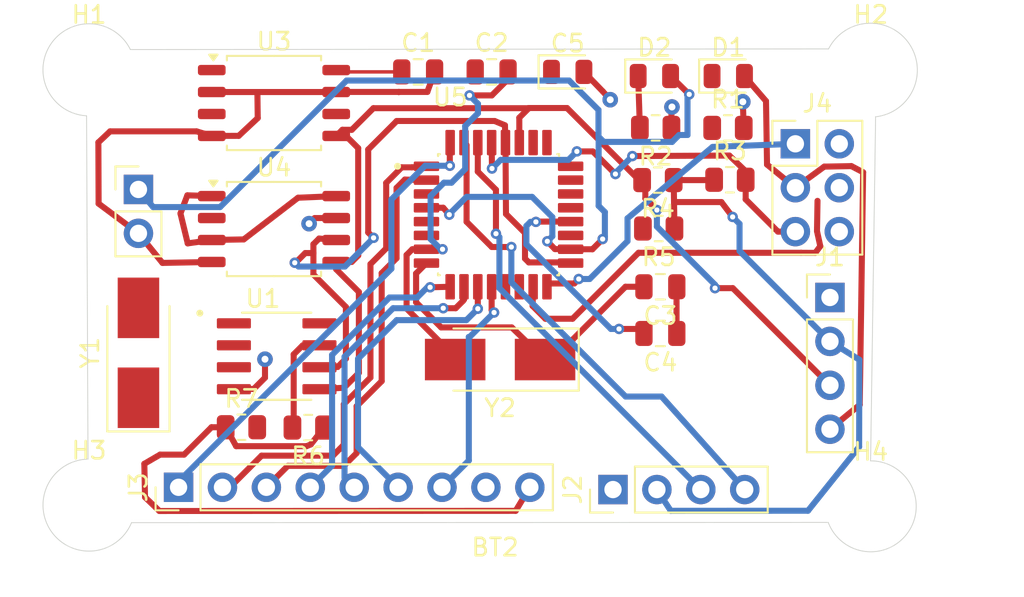
<source format=kicad_pcb>
(kicad_pcb (version 20240108) (generator "pcbnew") (generator_version "8.0")
  (title_block (title "${project_name}") (date "2025-04-07") (rev "1") (comment 1 "2-Layer PCB Version"))
  (layers (0 "F.Cu" mixed) (31 "B.Cu" mixed) (34 "B.Paste" user) (35 "F.Paste" user) (36 "B.SilkS" user "B.Silkscreen") (37 "F.SilkS" user "F.Silkscreen") (38 "B.Mask" user) (39 "F.Mask" user) (44 "Edge.Cuts" user))
  (property "project_name" "MCU Datalogger with memory and clock")
  (net 0 "")
  (net 1 "GND")
  (net 2 "Net-(U5-PB6)")
  (net 3 "Net-(U5-PB7)")
  (net 4 "Net-(U5-AREF)")
  (net 5 "Net-(D1-K)")
  (net 6 "/SCK")
  (net 7 "Net-(D2-K)")
  (net 8 "/SDA")
  (net 9 "/Vcc")
  (net 10 "/TX")
  (net 11 "/RX")
  (net 12 "/D6")
  (net 13 "/D4")
  (net 14 "/D7")
  (net 15 "/D3")
  (net 16 "/D2")
  (net 17 "/D8")
  (net 18 "/D5")
  (net 19 "/RESET")
  (net 20 "/MISO")
  (net 21 "/MOSI")
  (net 22 "Net-(U1-SQW{slash}~INT)")
  (net 23 "Net-(U1-~{INTA})")
  (net 24 "Net-(U1-X1)")
  (net 25 "Net-(U1-X2)")
  (net 35 "Net-(U1-VCC)")
  (net 36 "Net-(BT2-+)")
  (footprint "Connector_PinHeader_2.54mm:PinHeader_1x04_P2.54mm_Vertical" (layer "F.Cu") (at 212.45 91 90)
    (property "Reference" "J2")
    (property "Value" "Conn_01x04_Pin")
  )
  (footprint "Capacitor_SMD:C_0805_2012Metric" (layer "F.Cu") (at 201.18 66.84)
    (property "Reference" "C1")
    (property "Value" "0.1uF")
  )
  (footprint "LED_SMD:LED_0805_2012Metric" (layer "F.Cu") (at 219.1175 67.08)
    (property "Reference" "D1")
    (property "Value" "LED")
  )
  (footprint "MountingHole:MountingHole_2.1mm" (layer "F.Cu") (at 227.36 66.73)
    (property "Reference" "H2")
    (property "Value" "MountingHole")
  )
  (footprint "Capacitor_SMD:C_0805_2012Metric" (layer "F.Cu") (at 205.43 66.84)
    (property "Reference" "C2")
    (property "Value" "22pF")
  )
  (footprint "MountingHole:MountingHole_2.1mm" (layer "F.Cu") (at 182.14 66.73)
    (property "Reference" "H1")
    (property "Value" "MountingHole")
  )
  (footprint "Resistor_SMD:R_0805_2012Metric" (layer "F.Cu") (at 219.2125 73.08)
    (property "Reference" "R3")
    (property "Value" "10K")
  )
  (footprint "Crystal:Crystal_SMD_5032-2Pin_5.0x3.2mm_HandSoldering" (layer "F.Cu") (at 185 83.09 90)
    (property "Reference" "Y1")
    (property "Value" "32.768 KHz")
  )
  (footprint "Connector_PinHeader_2.54mm:PinHeader_1x04_P2.54mm_Vertical" (layer "F.Cu") (at 225 79.89)
    (property "Reference" "J1")
    (property "Value" "Conn_01x04_Pin")
  )
  (footprint "Atmega_328P:QFP80P900X900X120-32N" (layer "F.Cu") (at 205.83 75.1)
    (property "Reference" "U5")
    (property "Value" "ATMEGA328P-AU")
  )
  (footprint "530002B02500G:DS1337" (layer "F.Cu") (at 192.995 83.29)
    (property "Reference" "U1")
    (property "Value" "DS1337S_")
  )
  (footprint "Package_SO:SOIC-8_5.23x5.23mm_P1.27mm" (layer "F.Cu") (at 192.84 68.64)
    (property "Reference" "U3")
    (property "Value" "24LC1025")
  )
  (footprint "Capacitor_SMD:C_0805_2012Metric" (layer "F.Cu") (at 215.19 79.27 180)
    (property "Reference" "C3")
    (property "Value" "22pF")
  )
  (footprint "Package_SO:SOIC-8_5.23x5.23mm_P1.27mm" (layer "F.Cu") (at 192.84 75.93)
    (property "Reference" "U4")
    (property "Value" "24LC1025")
  )
  (footprint "Connector_PinHeader_2.54mm:PinHeader_1x09_P2.54mm_Vertical" (layer "F.Cu") (at 187.32 90.87 90)
    (property "Reference" "J3")
    (property "Value" "Conn_01x09")
  )
  (footprint "Resistor_SMD:R_0805_2012Metric" (layer "F.Cu") (at 215.0475 73.1 180)
    (property "Reference" "R4")
    (property "Value" "4.7K")
  )
  (footprint "Resistor_SMD:R_0805_2012Metric" (layer "F.Cu") (at 214.9175 70.08 180)
    (property "Reference" "R2")
    (property "Value" "330")
  )
  (footprint "Crystal:Crystal_SMD_5032-2Pin_5.0x3.2mm_HandSoldering" (layer "F.Cu") (at 205.92 83.48 180)
    (property "Reference" "Y2")
    (property "Value" "16MHz")
  )
  (footprint "Resistor_SMD:R_0805_2012Metric" (layer "F.Cu") (at 194.82 87.415 180)
    (property "Reference" "R6")
    (property "Value" "10K")
  )
  (footprint "Connector_PinHeader_2.54mm:PinHeader_2x03_P2.54mm_Vertical" (layer "F.Cu") (at 223 71)
    (property "Reference" "J4")
    (property "Value" "Conn_02x03_Counter_Clockwise")
  )
  (footprint "MountingHole:MountingHole_2.1mm" (layer "F.Cu") (at 182.14 91.94)
    (property "Reference" "H3")
    (property "Value" "MountingHole")
  )
  (footprint "Resistor_SMD:R_0805_2012Metric" (layer "F.Cu") (at 215.0925 75.9 180)
    (property "Reference" "R5")
    (property "Value" "4.7K")
  )
  (footprint "Resistor_SMD:R_0805_2012Metric" (layer "F.Cu") (at 219.1 70.08)
    (property "Reference" "R1")
    (property "Value" "330")
  )
  (footprint "LED_SMD:LED_0805_2012Metric" (layer "F.Cu") (at 209.83 66.84)
    (property "Reference" "C5")
    (property "Value" "100nF")
  )
  (footprint "Capacitor_SMD:C_0805_2012Metric" (layer "F.Cu") (at 215.19 81.97 180)
    (property "Reference" "C4")
    (property "Value" "0.1uF")
  )
  (footprint "Resistor_SMD:R_0805_2012Metric" (layer "F.Cu") (at 190.9575 87.395)
    (property "Reference" "R7")
    (property "Value" "10K")
  )
  (footprint "Connector_PinHeader_2.54mm:PinHeader_1x02_P2.54mm_Vertical" (layer "F.Cu") (at 185 73.64)
    (property "Reference" "BT2")
    (property "Value" "Battery")
  )
  (footprint "MountingHole:MountingHole_2.1mm" (layer "F.Cu") (at 227.36 92.01)
    (property "Reference" "H4")
    (property "Value" "MountingHole")
  )
  (footprint "LED_SMD:LED_0805_2012Metric" (layer "F.Cu") (at 214.8425 67.08)
    (property "Reference" "D2")
    (property "Value" "LED")
  )
  (gr_line (start 184.599237 92.915555) (end 224.900001 92.9) (stroke (width 0.05)) (layer "Edge.Cuts"))
  (gr_arc (start 224.92 65.51) (mid 229.57123 65.193742) (end 227.641991 69.437795) (stroke (width 0.05)) (layer "Edge.Cuts"))
  (gr_line (start 184.53 65.55) (end 224.92 65.51) (stroke (width 0.05)) (layer "Edge.Cuts"))
  (gr_arc (start 227.350001 89.340096) (mid 229.526438 93.460987) (end 224.900001 92.9) (stroke (width 0.05)) (layer "Edge.Cuts"))
  (gr_arc (start 182 69.379999) (mid 179.917886 65.251187) (end 184.532396 65.548827) (stroke (width 0.05)) (layer "Edge.Cuts"))
  (gr_arc (start 184.599237 92.915555) (mid 179.945345 93.404224) (end 182.08 89.240001) (stroke (width 0.05)) (layer "Edge.Cuts"))
  (gr_line (start 227.64099 69.428848) (end 227.35 89.34) (stroke (width 0.05)) (layer "Edge.Cuts"))
  (gr_line (start 182 69.38) (end 182.08 89.24) (stroke (width 0.05)) (layer "Edge.Cuts"))
  (segment (start 201.71 68) (end 202.13 66.84) (width 0.35) (layer "F.Cu") (net 1))
  (segment (start 195.195 75.295) (end 194.87 75.62) (width 0.35) (layer "F.Cu") (net 1))
  (segment (start 211.86 67.97) (end 212.29 68.45) (width 0.35) (layer "F.Cu") (net 1))
  (segment (start 191.67 85.18) (end 190.535 85.18) (width 0.35) (layer "F.Cu") (net 1))
  (segment (start 215.860633 68.87) (end 215.83 68.900633) (width 0.35) (layer "F.Cu") (net 1))
  (segment (start 189.24 77.835) (end 186.39 77.89) (width 0.35) (layer "F.Cu") (net 1))
  (segment (start 192.32 83.46) (end 192.32 84.53) (width 0.35) (layer "F.Cu") (net 1))
  (segment (start 182.695469 74.459817) (end 182.681207 70.91931) (width 0.35) (layer "F.Cu") (net 1))
  (segment (start 210.7675 66.84) (end 211.86 67.97) (width 0.35) (layer "F.Cu") (net 1))
  (segment (start 182.681207 70.91931) (end 183.36 70.28) (width 0.35) (layer "F.Cu") (net 1))
  (segment (start 192.32 84.53) (end 191.67 85.18) (width 0.35) (layer "F.Cu") (net 1))
  (segment (start 215.83 68.900633) (end 215.83 70.08) (width 0.35) (layer "F.Cu") (net 1))
  (segment (start 191.9 69.51) (end 191.88 68.005) (width 0.35) (layer "F.Cu") (net 1))
  (segment (start 220.0125 70.08) (end 219.96 68.57) (width 0.35) (layer "F.Cu") (net 1))
  (segment (start 196.44 75.295) (end 195.195 75.295) (width 0.35) (layer "F.Cu") (net 1))
  (segment (start 185 76.18) (end 182.695469 74.459817) (width 0.35) (layer "F.Cu") (net 1))
  (segment (start 188.36 70.28) (end 189.24 70.545) (width 0.35) (layer "F.Cu") (net 1))
  (segment (start 190.535 85.18) (end 190.52 85.195) (width 0.35) (layer "F.Cu") (net 1))
  (segment (start 215.98 68.87) (end 215.860633 68.87) (width 0.35) (layer "F.Cu") (net 1))
  (segment (start 200.07 68) (end 201.71 68) (width 0.35) (layer "F.Cu") (net 1))
  (segment (start 200.06 68.01) (end 200.07 68) (width 0.35) (layer "F.Cu") (net 1))
  (segment (start 186.39 77.89) (end 185 76.18) (width 0.35) (layer "F.Cu") (net 1))
  (segment (start 189.24 68.005) (end 191.88 68.005) (width 0.35) (layer "F.Cu") (net 1))
  (segment (start 191.88 68.005) (end 196.44 68.005) (width 0.35) (layer "F.Cu") (net 1))
  (segment (start 196.445 68) (end 200.05 68) (width 0.35) (layer "F.Cu") (net 1))
  (segment (start 216.125 81.955) (end 216.125 79.285) (width 0.35) (layer "F.Cu") (net 1))
  (segment (start 216.14 81.97) (end 216.125 81.955) (width 0.35) (layer "F.Cu") (net 1))
  (segment (start 183.36 70.28) (end 188.36 70.28) (width 0.35) (layer "F.Cu") (net 1))
  (segment (start 216.125 79.285) (end 216.14 79.27) (width 0.35) (layer "F.Cu") (net 1))
  (segment (start 190.8 70.54) (end 191.9 69.51) (width 0.35) (layer "F.Cu") (net 1))
  (segment (start 189.24 70.545) (end 190.8 70.54) (width 0.35) (layer "F.Cu") (net 1))
  (segment (start 196.44 68.005) (end 196.445 68) (width 0.35) (layer "F.Cu") (net 1))
  (segment (start 200.05 68) (end 200.06 68.01) (width 0.35) (layer "F.Cu") (net 1))
  (via (at 219.96 68.57) (size 0.9) (drill 0.4) (layers "F.Cu" "B.Cu") (net 1))
  (via (at 194.87 75.62) (size 0.9) (drill 0.4) (layers "F.Cu" "B.Cu") (net 1))
  (via (at 192.32 83.46) (size 0.9) (drill 0.4) (layers "F.Cu" "B.Cu") (net 1))
  (via (at 215.860633 68.87) (size 0.9) (drill 0.4) (layers "F.Cu" "B.Cu") (net 1))
  (via (at 212.29 68.45) (size 0.9) (drill 0.4) (layers "F.Cu" "B.Cu") (net 1))
  (segment (start 200.84 77.1) (end 201.66 77.1) (width 0.35) (layer "F.Cu") (net 2))
  (segment (start 200.51 77.43) (end 200.84 77.1) (width 0.35) (layer "F.Cu") (net 2))
  (segment (start 203.32 83.48) (end 203.32 83.34) (width 0.35) (layer "F.Cu") (net 2))
  (segment (start 205.44 68.2) (end 206.38 67.26) (width 0.35) (layer "F.Cu") (net 2))
  (segment (start 203.32 83.34) (end 200.51 80.53) (width 0.35) (layer "F.Cu") (net 2))
  (segment (start 204.15 68.2) (end 205.44 68.2) (width 0.35) (layer "F.Cu") (net 2))
  (segment (start 206.38 67.26) (end 206.38 66.84) (width 0.35) (layer "F.Cu") (net 2))
  (segment (start 200.51 80.53) (end 200.51 77.43) (width 0.35) (layer "F.Cu") (net 2))
  (segment (start 202.59 77.1) (end 201.66 77.1) (width 0.35) (layer "F.Cu") (net 2))
  (via (at 202.59 77.1) (size 0.6) (drill 0.3) (layers "F.Cu" "B.Cu") (net 2))
  (via (at 204.15 68.2) (size 0.6) (drill 0.3) (layers "F.Cu" "B.Cu") (net 2))
  (segment (start 202.67 73.25) (end 203.11 73.25) (width 0.35) (layer "B.Cu") (net 2))
  (segment (start 203.11 73.25) (end 203.9 72.46) (width 0.35) (layer "B.Cu") (net 2))
  (segment (start 203.9 72.46) (end 203.9 69.97) (width 0.35) (layer "B.Cu") (net 2))
  (segment (start 202.59 77.1) (end 202.49 77.1) (width 0.35) (layer "B.Cu") (net 2))
  (segment (start 203.9 69.97) (end 204.64 69.23) (width 0.35) (layer "B.Cu") (net 2))
  (segment (start 201.9 76.51) (end 201.9 74.02) (width 0.35) (layer "B.Cu") (net 2))
  (segment (start 204.64 69.23) (end 204.64 68.69) (width 0.35) (layer "B.Cu") (net 2))
  (segment (start 204.64 68.69) (end 204.15 68.2) (width 0.35) (layer "B.Cu") (net 2))
  (segment (start 201.9 74.02) (end 202.67 73.25) (width 0.35) (layer "B.Cu") (net 2))
  (segment (start 202.49 77.1) (end 201.9 76.51) (width 0.35) (layer "B.Cu") (net 2))
  (segment (start 202.51 81.62) (end 206.59 81.62) (width 0.35) (layer "F.Cu") (net 3))
  (segment (start 201.06 80.17) (end 202.51 81.62) (width 0.35) (layer "F.Cu") (net 3))
  (segment (start 201.66 77.9) (end 201.06 78.5) (width 0.35) (layer "F.Cu") (net 3))
  (segment (start 208.96 83.48) (end 213.17 79.27) (width 0.35) (layer "F.Cu") (net 3))
  (segment (start 213.17 79.27) (end 214.24 79.27) (width 0.35) (layer "F.Cu") (net 3))
  (segment (start 201.06 78.5) (end 201.06 80.17) (width 0.35) (layer "F.Cu") (net 3))
  (segment (start 206.59 81.62) (end 208.52 83.48) (width 0.35) (layer "F.Cu") (net 3))
  (segment (start 208.52 83.48) (end 208.96 83.48) (width 0.35) (layer "F.Cu") (net 3))
  (segment (start 208.006859 75.5) (end 210 75.5) (width 0.35) (layer "F.Cu") (net 4))
  (segment (start 207.99 75.516859) (end 208.006859 75.5) (width 0.35) (layer "F.Cu") (net 4))
  (segment (start 213.98 81.71) (end 212.8 81.71) (width 0.35) (layer "F.Cu") (net 4))
  (segment (start 214.24 81.97) (end 213.98 81.71) (width 0.35) (layer "F.Cu") (net 4))
  (via (at 207.99 75.516859) (size 0.6) (drill 0.3) (layers "F.Cu" "B.Cu") (net 4))
  (via (at 212.8 81.71) (size 0.6) (drill 0.3) (layers "F.Cu" "B.Cu") (net 4))
  (segment (start 212.33 81.71) (end 212.8 81.71) (width 0.35) (layer "B.Cu") (net 4))
  (segment (start 207.673141 75.516859) (end 207.44 75.75) (width 0.35) (layer "B.Cu") (net 4))
  (segment (start 207.44 75.75) (end 207.44 76.82) (width 0.35) (layer "B.Cu") (net 4))
  (segment (start 207.99 75.516859) (end 207.673141 75.516859) (width 0.35) (layer "B.Cu") (net 4))
  (segment (start 207.44 76.82) (end 212.33 81.71) (width 0.35) (layer "B.Cu") (net 4))
  (segment (start 205.6 69.68) (end 206.2 69.93) (width 0.35) (layer "F.Cu") (net 6))
  (segment (start 209.96 77.86) (end 210 77.9) (width 0.35) (layer "F.Cu") (net 6))
  (segment (start 197 83.43) (end 197 80.44) (width 0.35) (layer "F.Cu") (net 6))
  (segment (start 195.47 83.925) (end 196.52 83.91) (width 0.35) (layer "F.Cu") (net 6))
  (segment (start 195.45 76.48) (end 196.44 76.565) (width 0.35) (layer "F.Cu") (net 6))
  (segment (start 195.12 76.81) (end 195.45 76.48) (width 0.35) (layer "F.Cu") (net 6))
  (segment (start 194.09 77.88) (end 194.65 77.32) (width 0.35) (layer "F.Cu") (net 6))
  (segment (start 199.94 69.68) (end 205.6 69.68) (width 0.35) (layer "F.Cu") (net 6))
  (segment (start 220.055 67.08) (end 221.3 68.53) (width 0.35) (layer "F.Cu") (net 6))
  (segment (start 207.36 76.16) (end 207.36 77.64) (width 0.35) (layer "F.Cu") (net 6))
  (segment (start 196.52 83.91) (end 197 83.43) (width 0.35) (layer "F.Cu") (net 6))
  (segment (start 226.918864 72.648522) (end 226.24 72.29) (width 0.35) (layer "F.Cu") (net 6))
  (segment (start 226.24 72.29) (end 224.67 72.32) (width 0.35) (layer "F.Cu") (net 6))
  (segment (start 206.23 70.93) (end 206.26 75.06) (width 0.35) (layer "F.Cu") (net 6))
  (segment (start 226.722312 86.097695) (end 226.918864 72.648522) (width 0.35) (layer "F.Cu") (net 6))
  (segment (start 221.36 72.2) (end 223 73.54) (width 0.35) (layer "F.Cu") (net 6))
  (segment (start 206.26 75.06) (end 207.36 76.16) (width 0.35) (layer "F.Cu") (net 6))
  (segment (start 198.29 71.33) (end 199.94 69.68) (width 0.35) (layer "F.Cu") (net 6))
  (segment (start 206.2 69.93) (end 206.23 70.93) (width 0.35) (layer "F.Cu") (net 6))
  (segment (start 195.12 78.56) (end 195.12 77.32) (width 0.35) (layer "F.Cu") (net 6))
  (segment (start 194.04 77.88) (end 194.09 77.88) (width 0.35) (layer "F.Cu") (net 6))
  (segment (start 195.12 77.32) (end 195.12 76.81) (width 0.35) (layer "F.Cu") (net 6))
  (segment (start 194.65 77.32) (end 195.12 77.32) (width 0.35) (layer "F.Cu") (net 6))
  (segment (start 225 87.51) (end 226.722312 86.097695) (width 0.35) (layer "F.Cu") (net 6))
  (segment (start 198.29 76.13) (end 198.29 71.33) (width 0.35) (layer "F.Cu") (net 6))
  (segment (start 207.36 77.64) (end 207.58 77.86) (width 0.35) (layer "F.Cu") (net 6))
  (segment (start 224.67 72.32) (end 223 73.54) (width 0.35) (layer "F.Cu") (net 6))
  (segment (start 207.58 77.86) (end 209.96 77.86) (width 0.35) (layer "F.Cu") (net 6))
  (segment (start 196.44 76.565) (end 195.83 76.58) (width 0.35) (layer "F.Cu") (net 6))
  (segment (start 198.6 76.44) (end 198.29 76.13) (width 0.35) (layer "F.Cu") (net 6))
  (segment (start 221.3 68.53) (end 221.36 72.2) (width 0.35) (layer "F.Cu") (net 6))
  (segment (start 197 80.44) (end 195.12 78.56) (width 0.35) (layer "F.Cu") (net 6))
  (via (at 198.6 76.44) (size 0.6) (drill 0.3) (layers "F.Cu" "B.Cu") (net 6))
  (via (at 194.04 77.88) (size 0.6) (drill 0.3) (layers "F.Cu" "B.Cu") (net 6))
  (segment (start 196.94 78.1) (end 194.26 78.1) (width 0.35) (layer "B.Cu") (net 6))
  (segment (start 194.26 78.1) (end 194.04 77.88) (width 0.35) (layer "B.Cu") (net 6))
  (segment (start 198.6 76.44) (end 196.94 78.1) (width 0.35) (layer "B.Cu") (net 6))
  (segment (start 214.005 70.08) (end 213.905 67.08) (width 0.35) (layer "F.Cu") (net 7))
  (segment (start 213.96 73.1) (end 214.135 73.1) (width 0.35) (layer "F.Cu") (net 8))
  (segment (start 196.44 70.545) (end 196.795 70.19) (width 0.35) (layer "F.Cu") (net 8))
  (segment (start 214.99 74.83) (end 214.32 74.16) (width 0.35) (layer "F.Cu") (net 8))
  (segment (start 196.44 77.835) (end 197.34 77.83) (width 0.35) (layer "F.Cu") (net 8))
  (segment (start 197.75 79.57) (end 197.75 84.25) (width 0.35) (layer "F.Cu") (net 8))
  (segment (start 196.44 78.26) (end 197.75 79.57) (width 0.35) (layer "F.Cu") (net 8))
  (segment (start 219.38 79.35) (end 218.35 79.35) (width 0.35) (layer "F.Cu") (net 8))
  (segment (start 207.58 68.94) (end 207.59 68.93) (width 0.35) (layer "F.Cu") (net 8))
  (segment (start 209.79 68.93) (end 213.96 73.1) (width 0.35) (layer "F.Cu") (net 8))
  (segment (start 197.005 70.545) (end 196.44 70.545) (width 0.35) (layer "F.Cu") (net 8))
  (segment (start 207.59 68.93) (end 209.79 68.93) (width 0.35) (layer "F.Cu") (net 8))
  (segment (start 196.44 77.835) (end 196.44 78.26) (width 0.35) (layer "F.Cu") (net 8))
  (segment (start 198.59 68.94) (end 207.58 68.94) (width 0.35) (layer "F.Cu") (net 8))
  (segment (start 196.795 70.19) (end 197.34 70.19) (width 0.35) (layer "F.Cu") (net 8))
  (segment (start 197.71 77.46) (end 197.71 71.25) (width 0.35) (layer "F.Cu") (net 8))
  (segment (start 225 84.97) (end 219.38 79.35) (width 0.35) (layer "F.Cu") (net 8))
  (segment (start 197.34 77.83) (end 197.71 77.46) (width 0.35) (layer "F.Cu") (net 8))
  (segment (start 214.32 73.285) (end 214.135 73.1) (width 0.35) (layer "F.Cu") (net 8))
  (segment (start 207.59 68.93) (end 207.03 69.49) (width 0.35) (layer "F.Cu") (net 8))
  (segment (start 197.34 70.19) (end 198.59 68.94) (width 0.35) (layer "F.Cu") (net 8))
  (segment (start 197.71 71.25) (end 197.005 70.545) (width 0.35) (layer "F.Cu") (net 8))
  (segment (start 214.32 74.16) (end 214.32 73.285) (width 0.35) (layer "F.Cu") (net 8))
  (segment (start 207.03 69.49) (end 207.03 70.93) (width 0.35) (layer "F.Cu") (net 8))
  (segment (start 196.89 85.11) (end 195.47 85.195) (width 0.35) (layer "F.Cu") (net 8))
  (segment (start 197.75 84.25) (end 196.89 85.11) (width 0.35) (layer "F.Cu") (net 8))
  (via (at 218.35 79.35) (size 0.6) (drill 0.3) (layers "F.Cu" "B.Cu") (net 8))
  (via (at 214.99 74.83) (size 0.6) (drill 0.3) (layers "F.Cu" "B.Cu") (net 8))
  (segment (start 214.99 75.79) (end 214.99 74.83) (width 0.35) (layer "B.Cu") (net 8))
  (segment (start 218.35 79.15) (end 214.99 75.79) (width 0.35) (layer "B.Cu") (net 8))
  (segment (start 218.35 79.35) (end 218.35 79.15) (width 0.35) (layer "B.Cu") (net 8))
  (segment (start 218.72 74.37) (end 219.37 75.23) (width 0.35) (layer "F.Cu") (net 9))
  (segment (start 186.209988 92.239933) (end 185.38 91.44) (width 0.35) (layer "F.Cu") (net 9))
  (segment (start 190.65 88.49) (end 190.045 87.395) (width 0.35) (layer "F.Cu") (net 9))
  (segment (start 196.545 66.84) (end 200.24 66.84) (width 0.2) (layer "F.Cu") (net 9))
  (segment (start 194.23 74.12) (end 196.44 74.025) (width 0.35) (layer "F.Cu") (net 9))
  (segment (start 187.83 73.98) (end 187.43 75.03) (width 0.35) (layer "F.Cu") (net 9))
  (segment (start 216.005 75.9) (end 215.980411 74.37) (width 0.35) (layer "F.Cu") (net 9))
  (segment (start 191.09 76.53) (end 194.23 74.12) (width 0.35) (layer "F.Cu") (net 9))
  (segment (start 189.24 76.565) (end 191.09 76.53) (width 0.35) (layer "F.Cu") (net 9))
  (segment (start 187.64 88.98) (end 189.225 87.395) (width 0.35) (layer "F.Cu") (net 9))
  (segment (start 189.24 74.025) (end 187.83 73.98) (width 0.35) (layer "F.Cu") (net 9))
  (segment (start 215.980411 74.37) (end 218.72 74.37) (width 0.35) (layer "F.Cu") (net 9))
  (segment (start 215.980411 74.37) (end 215.96 73.1) (width 0.35) (layer "F.Cu") (net 9))
  (segment (start 207.64 90.87) (end 206.819939 92.231978) (width 0.35) (layer "F.Cu") (net 9))
  (segment (start 189.225 87.395) (end 190.045 87.395) (width 0.35) (layer "F.Cu") (net 9))
  (segment (start 218.28 73.1) (end 218.3 73.08) (width 0.35) (layer "F.Cu") (net 9))
  (segment (start 215.8575 73.1) (end 218.28 73.1) (width 0.35) (layer "F.Cu") (net 9))
  (segment (start 215.8375 73.08) (end 215.8575 73.1) (width 0.35) (layer "F.Cu") (net 9))
  (segment (start 185.34 89.51) (end 186.25 88.98) (width 0.35) (layer "F.Cu") (net 9))
  (segment (start 194.97 88.39) (end 194.72 88.49) (width 0.35) (layer "F.Cu") (net 9))
  (segment (start 195.7325 87.415) (end 194.97 88.39) (width 0.35) (layer "F.Cu") (net 9))
  (segment (start 187.85 76.76) (end 189.24 76.565) (width 0.35) (layer "F.Cu") (net 9))
  (segment (start 187.43 75.03) (end 187.85 76.76) (width 0.35) (layer "F.Cu") (net 9))
  (segment (start 206.819939 92.231978) (end 186.209988 92.239933) (width 0.35) (layer "F.Cu") (net 9))
  (segment (start 194.72 88.49) (end 190.65 88.49) (width 0.35) (layer "F.Cu") (net 9))
  (segment (start 196.44 66.735) (end 196.545 66.84) (width 0.2) (layer "F.Cu") (net 9))
  (segment (start 185.38 91.44) (end 185.34 89.51) (width 0.35) (layer "F.Cu") (net 9))
  (segment (start 186.25 88.98) (end 187.64 88.98) (width 0.35) (layer "F.Cu") (net 9))
  (via (at 219.37 75.23) (size 0.6) (drill 0.3) (layers "F.Cu" "B.Cu") (net 9))
  (segment (start 214.99 91) (end 215.789949 92.228516) (width 0.35) (layer "B.Cu") (net 9))
  (segment (start 215.789949 92.228516) (end 223.729994 92.225451) (width 0.35) (layer "B.Cu") (net 9))
  (segment (start 223.729994 92.225451) (end 226.686796 88.527907) (width 0.35) (layer "B.Cu") (net 9))
  (segment (start 225 82.43) (end 219.77 77.2) (width 0.35) (layer "B.Cu") (net 9))
  (segment (start 226.7 83.49) (end 225 82.43) (width 0.35) (layer "B.Cu") (net 9))
  (segment (start 219.77 77.2) (end 219.77 75.63) (width 0.35) (layer "B.Cu") (net 9))
  (segment (start 226.686796 88.527907) (end 226.7 83.49) (width 0.35) (layer "B.Cu") (net 9))
  (segment (start 219.77 75.63) (end 219.37 75.23) (width 0.35) (layer "B.Cu") (net 9))
  (segment (start 203.98 75.51) (end 203.98 71.08) (width 0.35) (layer "F.Cu") (net 10))
  (segment (start 206.57 76.97) (end 205.44 76.97) (width 0.35) (layer "F.Cu") (net 10))
  (segment (start 203.98 71.08) (end 203.83 70.93) (width 0.35) (layer "F.Cu") (net 10))
  (segment (start 205.44 76.97) (end 203.98 75.51) (width 0.35) (layer "F.Cu") (net 10))
  (via (at 206.57 76.97) (size 0.6) (drill 0.3) (layers "F.Cu" "B.Cu") (net 10))
  (segment (start 206.57 79.01) (end 213.18 85.62) (width 0.35) (layer "B.Cu") (net 10))
  (segment (start 206.57 76.97) (end 206.57 79.01) (width 0.35) (layer "B.Cu") (net 10))
  (segment (start 215.26 85.62) (end 220.07 91) (width 0.35) (layer "B.Cu") (net 10))
  (segment (start 213.18 85.62) (end 215.26 85.62) (width 0.35) (layer "B.Cu") (net 10))
  (segment (start 205.68 73.66) (end 204.63 72.61) (width 0.35) (layer "F.Cu") (net 11))
  (segment (start 205.68 76.2) (end 205.68 73.66) (width 0.35) (layer "F.Cu") (net 11))
  (segment (start 204.63 72.61) (end 204.63 70.93) (width 0.35) (layer "F.Cu") (net 11))
  (via (at 205.68 76.2) (size 0.6) (drill 0.3) (layers "F.Cu" "B.Cu") (net 11))
  (segment (start 205.88 79.35) (end 217.53 91) (width 0.35) (layer "B.Cu") (net 11))
  (segment (start 205.68 76.2) (end 205.88 76.4) (width 0.35) (layer "B.Cu") (net 11))
  (segment (start 205.88 76.4) (end 205.88 79.35) (width 0.35) (layer "B.Cu") (net 11))
  (segment (start 203.83 80.01) (end 203.83 79.27) (width 0.35) (layer "F.Cu") (net 12))
  (segment (start 202.63 80.51) (end 203.35 80.51) (width 0.35) (layer "F.Cu") (net 12))
  (segment (start 203.77 80.09) (end 203.77 80.07) (width 0.35) (layer "F.Cu") (net 12))
  (segment (start 203.77 80.07) (end 203.83 80.01) (width 0.35) (layer "F.Cu") (net 12))
  (segment (start 203.35 80.51) (end 203.77 80.09) (width 0.35) (layer "F.Cu") (net 12))
  (via (at 202.63 80.51) (size 0.6) (drill 0.3) (layers "F.Cu" "B.Cu") (net 12))
  (segment (start 202.63 80.51) (end 199.73 80.51) (width 0.35) (layer "B.Cu") (net 12))
  (segment (start 196.92 90.31) (end 197.48 90.87) (width 0.35) (layer "B.Cu") (net 12))
  (segment (start 196.92 83.32) (end 196.92 90.31) (width 0.35) (layer "B.Cu") (net 12))
  (segment (start 199.73 80.51) (end 196.92 83.32) (width 0.35) (layer "B.Cu") (net 12))
  (segment (start 200.41 73.07) (end 199.93 73.55) (width 0.35) (layer "F.Cu") (net 13))
  (segment (start 193.64 89.63) (end 192.4 90.87) (width 0.35) (layer "F.Cu") (net 13))
  (segment (start 197.62 86.18) (end 197.62 88.89) (width 0.35) (layer "F.Cu") (net 13))
  (segment (start 199.07 78.48) (end 199.07 84.73) (width 0.35) (layer "F.Cu") (net 13))
  (segment (start 196.88 89.63) (end 193.64 89.63) (width 0.35) (layer "F.Cu") (net 13))
  (segment (start 199.93 77.62) (end 199.07 78.48) (width 0.35) (layer "F.Cu") (net 13))
  (segment (start 197.62 88.89) (end 196.88 89.63) (width 0.35) (layer "F.Cu") (net 13))
  (segment (start 199.93 73.55) (end 199.93 77.62) (width 0.35) (layer "F.Cu") (net 13))
  (segment (start 201.66 73.1) (end 200.41 73.07) (width 0.35) (layer "F.Cu") (net 13))
  (segment (start 199.07 84.73) (end 197.62 86.18) (width 0.35) (layer "F.Cu") (net 13))
  (segment (start 204.63 80.54) (end 204.63 79.27) (width 0.35) (layer "F.Cu") (net 14))
  (via (at 204.63 80.54) (size 0.6) (drill 0.3) (layers "F.Cu" "B.Cu") (net 14))
  (segment (start 203.97 81.2) (end 199.94 81.2) (width 0.35) (layer "B.Cu") (net 14))
  (segment (start 197.7 83.44) (end 197.7 88.55) (width 0.35) (layer "B.Cu") (net 14))
  (segment (start 197.7 88.55) (end 200.02 90.87) (width 0.35) (layer "B.Cu") (net 14))
  (segment (start 199.94 81.2) (end 197.7 83.44) (width 0.35) (layer "B.Cu") (net 14))
  (segment (start 204.63 80.54) (end 203.97 81.2) (width 0.35) (layer "B.Cu") (net 14))
  (segment (start 198.42 84.52) (end 196.88 86.06) (width 0.35) (layer "F.Cu") (net 15))
  (segment (start 196.88 86.06) (end 196.88 88.41) (width 0.35) (layer "F.Cu") (net 15))
  (segment (start 198.42 77.96) (end 198.42 84.52) (width 0.35) (layer "F.Cu") (net 15))
  (segment (start 200.23 72.36) (end 199.33 73.26) (width 0.35) (layer "F.Cu") (net 15))
  (segment (start 196.25 89.04) (end 192.12 89.04) (width 0.35) (layer "F.Cu") (net 15))
  (segment (start 200.81 72.36) (end 200.23 72.36) (width 0.35) (layer "F.Cu") (net 15))
  (segment (start 201.66 72.3) (end 200.81 72.36) (width 0.35) (layer "F.Cu") (net 15))
  (segment (start 199.33 73.26) (end 199.33 77.05) (width 0.35) (layer "F.Cu") (net 15))
  (segment (start 196.88 88.41) (end 196.25 89.04) (width 0.35) (layer "F.Cu") (net 15))
  (segment (start 199.33 77.05) (end 198.42 77.96) (width 0.35) (layer "F.Cu") (net 15))
  (segment (start 192.12 89.04) (end 190.29 90.87) (width 0.35) (layer "F.Cu") (net 15))
  (segment (start 190.29 90.87) (end 189.86 90.87) (width 0.35) (layer "F.Cu") (net 15))
  (segment (start 203.01 70.95) (end 203.03 70.93) (width 0.35) (layer "F.Cu") (net 16))
  (segment (start 203.01 72.27) (end 203.01 70.95) (width 0.35) (layer "F.Cu") (net 16))
  (via (at 203.01 72.27) (size 0.6) (drill 0.3) (layers "F.Cu" "B.Cu") (net 16))
  (segment (start 201.58 72.27) (end 199.63 74.22) (width 0.35) (layer "B.Cu") (net 16))
  (segment (start 203.01 72.27) (end 201.58 72.27) (width 0.35) (layer "B.Cu") (net 16))
  (segment (start 199.63 78.23) (end 187.32 90.54) (width 0.35) (layer "B.Cu") (net 16))
  (segment (start 199.63 74.22) (end 199.63 78.23) (width 0.35) (layer "B.Cu") (net 16))
  (segment (start 187.32 90.54) (end 187.32 90.87) (width 0.35) (layer "B.Cu") (net 16))
  (segment (start 205.43 80.618544) (end 205.571456 80.76) (width 0.35) (layer "F.Cu") (net 17))
  (segment (start 205.43 79.27) (end 205.43 80.618544) (width 0.35) (layer "F.Cu") (net 17))
  (via (at 205.571456 80.76) (size 0.6) (drill 0.3) (layers "F.Cu" "B.Cu") (net 17))
  (segment (start 205.571456 80.76) (end 205.57 80.76) (width 0.35) (layer "B.Cu") (net 17))
  (segment (start 204.11 89.32) (end 202.56 90.87) (width 0.35) (layer "B.Cu") (net 17))
  (segment (start 204.11 82.17) (end 204.11 89.32) (width 0.35) (layer "B.Cu") (net 17))
  (segment (start 205.57 80.76) (end 204.16 82.17) (width 0.35) (layer "B.Cu") (net 17))
  (segment (start 204.16 82.17) (end 204.11 82.17) (width 0.35) (layer "B.Cu") (net 17))
  (segment (start 201.87 79.3) (end 203.03 79.27) (width 0.35) (layer "F.Cu") (net 18))
  (via (at 201.87 79.3) (size 0.6) (drill 0.3) (layers "F.Cu" "B.Cu") (net 18))
  (segment (start 196.2 83.21) (end 196.2 89.61) (width 0.35) (layer "B.Cu") (net 18))
  (segment (start 199.52 79.89) (end 196.2 83.21) (width 0.35) (layer "B.Cu") (net 18))
  (segment (start 201.87 79.3) (end 201.71 79.3) (width 0.35) (layer "B.Cu") (net 18))
  (segment (start 201.71 79.3) (end 201.12 79.89) (width 0.35) (layer "B.Cu") (net 18))
  (segment (start 196.2 89.61) (end 194.94 90.87) (width 0.35) (layer "B.Cu") (net 18))
  (segment (start 201.12 79.89) (end 199.52 79.89) (width 0.35) (layer "B.Cu") (net 18))
  (segment (start 220.125 74.215) (end 221.99 76.08) (width 0.35) (layer "F.Cu") (net 19))
  (segment (start 211.28 71.44) (end 210.36 71.44) (width 0.35) (layer "F.Cu") (net 19))
  (segment (start 221.99 76.08) (end 223 76.08) (width 0.35) (layer "F.Cu") (net 19))
  (segment (start 212.59 72.75) (end 211.28 71.44) (width 0.35) (layer "F.Cu") (net 19))
  (segment (start 220.125 73.08) (end 220.125 74.215) (width 0.35) (layer "F.Cu") (net 19))
  (segment (start 205.45 72.43) (end 205.43 70.93) (width 0.35) (layer "F.Cu") (net 19))
  (segment (start 219.18 71.68) (end 213.57 71.71) (width 0.35) (layer "F.Cu") (net 19))
  (segment (start 220.14 72.6) (end 219.18 71.68) (width 0.35) (layer "F.Cu") (net 19))
  (segment (start 220.125 73.08) (end 220.14 72.6) (width 0.35) (layer "F.Cu") (net 19))
  (via (at 210.36 71.44) (size 0.6) (drill 0.3) (layers "F.Cu" "B.Cu") (net 19))
  (via (at 213.57 71.71) (size 0.6) (drill 0.3) (layers "F.Cu" "B.Cu") (net 19))
  (via (at 205.45 72.43) (size 0.6) (drill 0.3) (layers "F.Cu" "B.Cu") (net 19))
  (via (at 212.59 72.75) (size 0.6) (drill 0.3) (layers "F.Cu" "B.Cu") (net 19))
  (segment (start 209.87 71.93) (end 205.95 71.93) (width 0.35) (layer "B.Cu") (net 19))
  (segment (start 212.59 72.75) (end 212.59 72.69) (width 0.35) (layer "B.Cu") (net 19))
  (segment (start 212.59 72.69) (end 213.57 71.71) (width 0.35) (layer "B.Cu") (net 19))
  (segment (start 210.36 71.44) (end 209.87 71.93) (width 0.35) (layer "B.Cu") (net 19))
  (segment (start 205.95 71.93) (end 205.45 72.43) (width 0.35) (layer "B.Cu") (net 19))
  (segment (start 210.21 79.08) (end 208.82 79.08) (width 0.35) (layer "F.Cu") (net 20))
  (segment (start 208.82 79.08) (end 208.63 79.27) (width 0.35) (layer "F.Cu") (net 20))
  (segment (start 210.47 78.82) (end 210.21 79.08) (width 0.35) (layer "F.Cu") (net 20))
  (via (at 210.47 78.82) (size 0.6) (drill 0.3) (layers "F.Cu" "B.Cu") (net 20))
  (segment (start 223 71) (end 218.21 71.18) (width 0.35) (layer "B.Cu") (net 20))
  (segment (start 213.29 75.31) (end 213.29 76.63) (width 0.35) (layer "B.Cu") (net 20))
  (segment (start 218.21 71.18) (end 213.29 75.31) (width 0.35) (layer "B.Cu") (net 20))
  (segment (start 213.29 76.63) (end 211.1 78.82) (width 0.35) (layer "B.Cu") (net 20))
  (segment (start 211.1 78.82) (end 210.47 78.82) (width 0.35) (layer "B.Cu") (net 20))
  (segment (start 224.15 77.31) (end 224.44 76.92) (width 0.35) (layer "F.Cu") (net 21))
  (segment (start 224.25 76.05) (end 224.28 74.3) (width 0.35) (layer "F.Cu") (net 21))
  (segment (start 210.11 81.12) (end 208.54 81.12) (width 0.35) (layer "F.Cu") (net 21))
  (segment (start 224.44 76.92) (end 224.25 76.05) (width 0.35) (layer "F.Cu") (net 21))
  (segment (start 223.33 77.305) (end 224.15 77.31) (width 0.35) (layer "F.Cu") (net 21))
  (segment (start 207.8 80.38) (end 207.83 79.27) (width 0.35) (layer "F.Cu") (net 21))
  (segment (start 213.925 77.305) (end 210.11 81.12) (width 0.35) (layer "F.Cu") (net 21))
  (segment (start 223.33 77.305) (end 213.925 77.305) (width 0.35) (layer "F.Cu") (net 21))
  (segment (start 208.54 81.12) (end 207.8 80.38) (width 0.35) (layer "F.Cu") (net 21))
  (segment (start 193.98 87.3425) (end 193.9075 87.415) (width 0.35) (layer "F.Cu") (net 22))
  (segment (start 194.5 82.66) (end 193.98 83.18) (width 0.35) (layer "F.Cu") (net 22))
  (segment (start 193.98 83.18) (end 193.98 87.3425) (width 0.35) (layer "F.Cu") (net 22))
  (segment (start 195.47 82.655) (end 194.5 82.66) (width 0.35) (layer "F.Cu") (net 22))
  (segment (start 201.66 74.7) (end 202.63 74.7) (width 0.35) (layer "F.Cu") (net 36))
  (segment (start 211.85 76.51) (end 211.26 77.1) (width 0.35) (layer "F.Cu") (net 36))
  (segment (start 215.78 67.08) (end 216.86 68.14) (width 0.35) (layer "F.Cu") (net 36))
  (segment (start 211.26 77.1) (end 210 77.1) (width 0.35) (layer "F.Cu") (net 36))
  (segment (start 209.09 77.09) (end 208.65 76.64) (width 0.35) (layer "F.Cu") (net 36))
  (segment (start 202.63 74.7) (end 202.98 75.1) (width 0.35) (layer "F.Cu") (net 36))
  (segment (start 215.78 67.08) (end 215.76 66.72) (width 0.35) (layer "F.Cu") (net 36))
  (segment (start 210 77.1) (end 209.09 77.09) (width 0.35) (layer "F.Cu") (net 36))
  (via (at 202.98 75.1) (size 0.6) (drill 0.3) (layers "F.Cu" "B.Cu") (net 36))
  (via (at 211.85 76.51) (size 0.6) (drill 0.3) (layers "F.Cu" "B.Cu") (net 36))
  (via (at 208.65 76.64) (size 0.6) (drill 0.3) (layers "F.Cu" "B.Cu") (net 36))
  (via (at 216.86 68.14) (size 0.6) (drill 0.3) (layers "F.Cu" "B.Cu") (net 36))
  (segment (start 202.98 75.1) (end 202.98 75.07) (width 0.35) (layer "B.Cu") (net 36))
  (segment (start 216.76 70.49) (end 216.76 68.24) (width 0.35) (layer "B.Cu") (net 36))
  (segment (start 202.98 75.07) (end 203.98 74.07) (width 0.35) (layer "B.Cu") (net 36))
  (segment (start 216.270898 70.49) (end 216.76 70.49) (width 0.35) (layer "B.Cu") (net 36))
  (segment (start 211.61 70.59) (end 211.91 70.89) (width 0.35) (layer "B.Cu") (net 36))
  (segment (start 211.62 70.6) (end 211.91 70.89) (width 0.35) (layer "B.Cu") (net 36))
  (segment (start 185 73.64) (end 185.85 74.66) (width 0.35) (layer "B.Cu") (net 36))
  (segment (start 216.76 68.24) (end 216.86 68.14) (width 0.35) (layer "B.Cu") (net 36))
  (segment (start 211.91 70.89) (end 215.870898 70.89) (width 0.35) (layer "B.Cu") (net 36))
  (segment (start 211.62 74.59) (end 211.62 70.6) (width 0.35) (layer "B.Cu") (net 36))
  (segment (start 211.98 76.38) (end 211.98 74.95) (width 0.35) (layer "B.Cu") (net 36))
  (segment (start 208.94 76.35) (end 208.65 76.64) (width 0.35) (layer "B.Cu") (net 36))
  (segment (start 197.04 67.34) (end 209.91 67.34) (width 0.35) (layer "B.Cu") (net 36))
  (segment (start 189.72 74.66) (end 197.04 67.34) (width 0.35) (layer "B.Cu") (net 36))
  (segment (start 203.98 74.07) (end 207.77 74.07) (width 0.35) (layer "B.Cu") (net 36))
  (segment (start 209.91 67.34) (end 211.61 69.04) (width 0.35) (layer "B.Cu") (net 36))
  (segment (start 207.77 74.07) (end 208.94 75.24) (width 0.35) (layer "B.Cu") (net 36))
  (segment (start 211.85 76.51) (end 211.98 76.38) (width 0.35) (layer "B.Cu") (net 36))
  (segment (start 215.870898 70.89) (end 216.270898 70.49) (width 0.35) (layer "B.Cu") (net 36))
  (segment (start 211.61 69.04) (end 211.61 70.59) (width 0.35) (layer "B.Cu") (net 36))
  (segment (start 211.98 74.95) (end 211.62 74.59) (width 0.35) (layer "B.Cu") (net 36))
  (segment (start 208.94 75.24) (end 208.94 76.35) (width 0.35) (layer "B.Cu") (net 36))
  (segment (start 185.85 74.66) (end 189.72 74.66) (width 0.35) (layer "B.Cu") (net 36))
)
</source>
